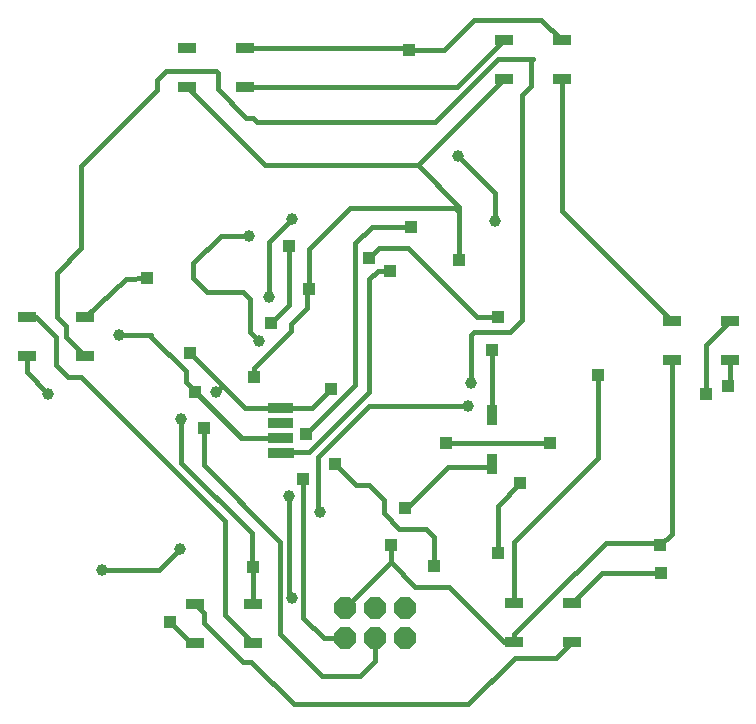
<source format=gbl>
G75*
%MOIN*%
%OFA0B0*%
%FSLAX25Y25*%
%IPPOS*%
%LPD*%
%AMOC8*
5,1,8,0,0,1.08239X$1,22.5*
%
%ADD10R,0.05906X0.03543*%
%ADD11OC8,0.07400*%
%ADD12R,0.03600X0.07000*%
%ADD13R,0.07000X0.03600*%
%ADD14C,0.01200*%
%ADD15C,0.01600*%
%ADD16R,0.03962X0.03962*%
%ADD17C,0.03962*%
D10*
X0141104Y0055504D03*
X0141104Y0068496D03*
X0160396Y0068496D03*
X0160396Y0055504D03*
X0247354Y0055754D03*
X0247354Y0068746D03*
X0266646Y0068746D03*
X0266646Y0055754D03*
X0300104Y0149754D03*
X0300104Y0162746D03*
X0319396Y0162746D03*
X0319396Y0149754D03*
X0263396Y0243504D03*
X0263396Y0256496D03*
X0244104Y0256496D03*
X0244104Y0243504D03*
X0157896Y0240754D03*
X0157896Y0253746D03*
X0138604Y0253746D03*
X0138604Y0240754D03*
X0104396Y0163996D03*
X0104396Y0151004D03*
X0085104Y0151004D03*
X0085104Y0163996D03*
D11*
X0191000Y0067000D03*
X0201000Y0067000D03*
X0201000Y0057000D03*
X0191000Y0057000D03*
X0211000Y0057000D03*
X0211000Y0067000D03*
D12*
X0240130Y0115230D03*
X0240180Y0131440D03*
D13*
X0170622Y0128787D03*
X0168969Y0128787D03*
X0168970Y0133729D03*
X0170592Y0133729D03*
X0170622Y0123669D03*
X0168850Y0123669D03*
X0168850Y0118906D03*
X0170701Y0118906D03*
D14*
X0170592Y0133729D02*
X0168970Y0133729D01*
D15*
X0170592Y0133729D02*
X0180229Y0133729D01*
X0186500Y0140000D01*
X0194500Y0141500D02*
X0194500Y0188750D01*
X0200000Y0194250D01*
X0213000Y0194250D01*
X0212000Y0187250D02*
X0202500Y0187250D01*
X0199000Y0183750D01*
X0202000Y0179500D02*
X0199250Y0176750D01*
X0199250Y0139250D01*
X0179000Y0119000D01*
X0170795Y0119000D01*
X0170701Y0118906D01*
X0170622Y0123669D02*
X0156831Y0123669D01*
X0138000Y0142500D01*
X0138000Y0146000D01*
X0126500Y0157500D01*
X0126500Y0158250D01*
X0115750Y0158250D01*
X0104396Y0163996D02*
X0118146Y0176896D01*
X0125250Y0177000D01*
X0140500Y0177000D02*
X0145000Y0172500D01*
X0157250Y0172500D01*
X0159500Y0170250D01*
X0159500Y0159250D01*
X0162500Y0156250D01*
X0166500Y0162000D02*
X0172500Y0168000D01*
X0172500Y0187750D01*
X0179000Y0186750D02*
X0192750Y0200500D01*
X0227750Y0200500D01*
X0229250Y0199000D01*
X0229250Y0183250D01*
X0241000Y0196000D02*
X0241000Y0205500D01*
X0228750Y0217750D01*
X0221250Y0229250D02*
X0161750Y0229250D01*
X0160500Y0230500D01*
X0158250Y0230500D01*
X0148750Y0240000D01*
X0148750Y0245500D01*
X0148000Y0246250D01*
X0131500Y0246250D01*
X0128500Y0243250D01*
X0128500Y0239750D01*
X0103250Y0214500D01*
X0103250Y0187000D01*
X0095000Y0178750D01*
X0095000Y0164000D01*
X0098000Y0161000D01*
X0098000Y0157400D01*
X0104396Y0151004D01*
X0103000Y0144250D02*
X0098750Y0144250D01*
X0094750Y0148250D01*
X0094750Y0157500D01*
X0088254Y0163996D01*
X0085104Y0163996D01*
X0085104Y0151004D02*
X0085104Y0145646D01*
X0092250Y0138500D01*
X0103000Y0144250D02*
X0151000Y0096250D01*
X0151000Y0064900D01*
X0160396Y0055504D01*
X0159750Y0049250D02*
X0157000Y0049250D01*
X0144000Y0062250D01*
X0144000Y0065600D01*
X0141104Y0068496D01*
X0132750Y0062500D02*
X0139746Y0055504D01*
X0141104Y0055504D01*
X0159750Y0049250D02*
X0174000Y0035000D01*
X0232250Y0035000D01*
X0247750Y0050500D01*
X0261392Y0050500D01*
X0266646Y0055754D01*
X0266646Y0068746D02*
X0276650Y0078750D01*
X0296500Y0078750D01*
X0296250Y0088000D02*
X0295500Y0088750D01*
X0278000Y0088750D01*
X0268000Y0078750D01*
X0267750Y0078750D01*
X0247354Y0058354D01*
X0247354Y0055754D01*
X0244246Y0055754D01*
X0225750Y0074250D01*
X0214500Y0074250D01*
X0206375Y0082375D01*
X0191000Y0067000D01*
X0191000Y0057000D02*
X0184000Y0057000D01*
X0177250Y0063750D01*
X0177250Y0110000D01*
X0172500Y0104500D02*
X0172500Y0071500D01*
X0173500Y0070500D01*
X0160396Y0068496D02*
X0160396Y0080646D01*
X0160500Y0080750D01*
X0160000Y0081250D01*
X0160000Y0092000D01*
X0136500Y0115500D01*
X0136500Y0130000D01*
X0144000Y0126750D02*
X0144250Y0127000D01*
X0144000Y0126750D02*
X0144000Y0114750D01*
X0169500Y0089250D01*
X0169500Y0058500D01*
X0183500Y0044500D01*
X0196000Y0044500D01*
X0201000Y0049500D01*
X0201000Y0057000D01*
X0206375Y0082375D02*
X0206500Y0082500D01*
X0206500Y0088250D01*
X0209250Y0093500D02*
X0218000Y0093500D01*
X0220750Y0090750D01*
X0220750Y0081250D01*
X0209250Y0093500D02*
X0204000Y0098750D01*
X0204000Y0103250D01*
X0199000Y0108250D01*
X0194750Y0108250D01*
X0187750Y0115250D01*
X0182250Y0117500D02*
X0199250Y0134500D01*
X0232250Y0134500D01*
X0233000Y0142250D02*
X0233000Y0158000D01*
X0234250Y0159250D01*
X0246000Y0159250D01*
X0250000Y0163250D01*
X0250000Y0238000D01*
X0253250Y0241250D01*
X0253250Y0249750D01*
X0253750Y0250250D01*
X0242250Y0250250D01*
X0221250Y0229250D01*
X0228362Y0240754D02*
X0244104Y0256496D01*
X0234250Y0263250D02*
X0224250Y0253250D01*
X0212500Y0253250D01*
X0212004Y0253746D01*
X0157896Y0253746D01*
X0157896Y0240754D02*
X0228362Y0240754D01*
X0244104Y0243504D02*
X0215350Y0214750D01*
X0229250Y0200850D01*
X0229250Y0199000D01*
X0212000Y0187250D02*
X0235000Y0164250D01*
X0242250Y0164250D01*
X0240250Y0153000D02*
X0240180Y0152930D01*
X0240180Y0131440D01*
X0224750Y0122250D02*
X0259250Y0122250D01*
X0259500Y0122000D01*
X0275500Y0117250D02*
X0247354Y0089104D01*
X0247354Y0068746D01*
X0242000Y0085500D02*
X0242000Y0101250D01*
X0249500Y0108750D01*
X0240130Y0115230D02*
X0239150Y0114250D01*
X0225500Y0114250D01*
X0211750Y0100500D01*
X0211250Y0100500D01*
X0182750Y0099250D02*
X0182250Y0099750D01*
X0182250Y0117500D01*
X0178000Y0125000D02*
X0194500Y0141500D01*
X0173000Y0159500D02*
X0173000Y0161750D01*
X0178500Y0167250D01*
X0178500Y0173000D01*
X0179000Y0173500D01*
X0179000Y0186750D01*
X0173500Y0196750D02*
X0165875Y0189125D01*
X0165875Y0170875D01*
X0173000Y0159500D02*
X0160750Y0147250D01*
X0160750Y0144000D01*
X0150500Y0141000D02*
X0157771Y0133729D01*
X0170592Y0133729D01*
X0170622Y0123669D02*
X0156581Y0123669D01*
X0141000Y0139250D01*
X0148250Y0139000D02*
X0150250Y0141000D01*
X0150500Y0141000D01*
X0139500Y0152000D01*
X0140500Y0177000D02*
X0140500Y0182000D01*
X0149750Y0191250D01*
X0159000Y0191250D01*
X0164608Y0214750D02*
X0215350Y0214750D01*
X0206250Y0179500D02*
X0202000Y0179500D01*
X0164608Y0214750D02*
X0138604Y0240754D01*
X0234250Y0263250D02*
X0256642Y0263250D01*
X0263396Y0256496D01*
X0263396Y0243504D02*
X0263396Y0199455D01*
X0300104Y0162746D01*
X0311500Y0154850D02*
X0319396Y0162746D01*
X0311500Y0154850D02*
X0311500Y0138500D01*
X0318750Y0141000D02*
X0319396Y0141646D01*
X0319396Y0149754D01*
X0300104Y0149754D02*
X0300104Y0091854D01*
X0296250Y0088000D01*
X0275500Y0117250D02*
X0275500Y0144750D01*
X0136202Y0086702D02*
X0129250Y0079750D01*
X0110000Y0079750D01*
D16*
X0132750Y0062500D03*
X0160500Y0080750D03*
X0177250Y0110000D03*
X0187750Y0115250D03*
X0178000Y0125000D03*
X0186500Y0140000D03*
X0160750Y0144000D03*
X0141000Y0139250D03*
X0144250Y0127000D03*
X0139500Y0152000D03*
X0166500Y0162000D03*
X0179000Y0173500D03*
X0172500Y0187750D03*
X0199000Y0183750D03*
X0206250Y0179500D03*
X0213000Y0194250D03*
X0229250Y0183250D03*
X0242250Y0164250D03*
X0240250Y0153000D03*
X0224750Y0122250D03*
X0249500Y0108750D03*
X0259500Y0122000D03*
X0275500Y0144750D03*
X0311500Y0138500D03*
X0318750Y0141000D03*
X0296250Y0088000D03*
X0296500Y0078750D03*
X0242000Y0085500D03*
X0220750Y0081250D03*
X0206500Y0088250D03*
X0211250Y0100500D03*
X0125250Y0177000D03*
X0212500Y0253250D03*
D17*
X0110000Y0079750D03*
X0136202Y0086702D03*
X0172500Y0104500D03*
X0182750Y0099250D03*
X0173500Y0070500D03*
X0136500Y0130000D03*
X0148250Y0139000D03*
X0162500Y0156250D03*
X0165875Y0170875D03*
X0159000Y0191250D03*
X0173500Y0196750D03*
X0228750Y0217750D03*
X0241000Y0196000D03*
X0233000Y0142250D03*
X0232250Y0134500D03*
X0115750Y0158250D03*
X0092250Y0138500D03*
M02*

</source>
